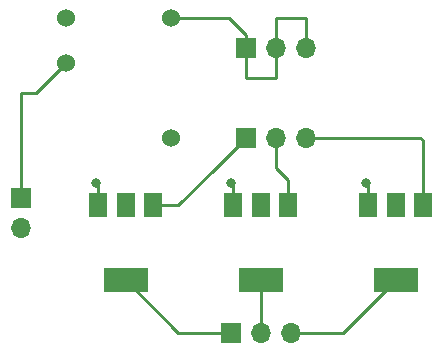
<source format=gbr>
G04 #@! TF.GenerationSoftware,KiCad,Pcbnew,(5.1.2)-2*
G04 #@! TF.CreationDate,2019-07-31T13:01:31-07:00*
G04 #@! TF.ProjectId,ER Valve Board,45522056-616c-4766-9520-426f6172642e,rev?*
G04 #@! TF.SameCoordinates,Original*
G04 #@! TF.FileFunction,Copper,L1,Top*
G04 #@! TF.FilePolarity,Positive*
%FSLAX46Y46*%
G04 Gerber Fmt 4.6, Leading zero omitted, Abs format (unit mm)*
G04 Created by KiCad (PCBNEW (5.1.2)-2) date 2019-07-31 13:01:31*
%MOMM*%
%LPD*%
G04 APERTURE LIST*
%ADD10C,1.524000*%
%ADD11O,1.700000X1.700000*%
%ADD12R,1.700000X1.700000*%
%ADD13R,3.800000X2.000000*%
%ADD14R,1.500000X2.000000*%
%ADD15C,0.800000*%
%ADD16C,0.250000*%
G04 APERTURE END LIST*
D10*
X115570000Y-87630000D03*
X115570000Y-91440000D03*
X124460000Y-87630000D03*
X124460000Y-97790000D03*
D11*
X134620000Y-114300000D03*
X132080000Y-114300000D03*
D12*
X129540000Y-114300000D03*
X130810000Y-97790000D03*
D11*
X133350000Y-97790000D03*
X135890000Y-97790000D03*
D12*
X130810000Y-90170000D03*
D11*
X133350000Y-90170000D03*
X135890000Y-90170000D03*
D12*
X111760000Y-102870000D03*
D11*
X111760000Y-105410000D03*
D13*
X120650000Y-109830000D03*
D14*
X120650000Y-103530000D03*
X118350000Y-103530000D03*
X122950000Y-103530000D03*
X134380000Y-103530000D03*
X129780000Y-103530000D03*
X132080000Y-103530000D03*
D13*
X132080000Y-109830000D03*
X143510000Y-109830000D03*
D14*
X143510000Y-103530000D03*
X141210000Y-103530000D03*
X145810000Y-103530000D03*
D15*
X129540000Y-101600000D03*
X118110000Y-101600000D03*
X140970000Y-101600000D03*
D16*
X125120000Y-114300000D02*
X120650000Y-109830000D01*
X129540000Y-114300000D02*
X125120000Y-114300000D01*
X132080000Y-109830000D02*
X132080000Y-114300000D01*
X139040000Y-114300000D02*
X143510000Y-109830000D01*
X134620000Y-114300000D02*
X139040000Y-114300000D01*
X145810000Y-103530000D02*
X145810000Y-98030000D01*
X145570000Y-97790000D02*
X135890000Y-97790000D01*
X145810000Y-98030000D02*
X145570000Y-97790000D01*
X134380000Y-103530000D02*
X134380000Y-101360000D01*
X133350000Y-100330000D02*
X133350000Y-97790000D01*
X134380000Y-101360000D02*
X133350000Y-100330000D01*
X122950000Y-103530000D02*
X125070000Y-103530000D01*
X125070000Y-103530000D02*
X128270000Y-100330000D01*
X128270000Y-100330000D02*
X130810000Y-97790000D01*
X130810000Y-89070000D02*
X130810000Y-90170000D01*
X129370000Y-87630000D02*
X130810000Y-89070000D01*
X124460000Y-87630000D02*
X129370000Y-87630000D01*
X130810000Y-90170000D02*
X130810000Y-92710000D01*
X130810000Y-92710000D02*
X133350000Y-92710000D01*
X133350000Y-92710000D02*
X133350000Y-90170000D01*
X133350000Y-90170000D02*
X133350000Y-87630000D01*
X133350000Y-87630000D02*
X135890000Y-87630000D01*
X135890000Y-87630000D02*
X135890000Y-90170000D01*
X111760000Y-102870000D02*
X111760000Y-93980000D01*
X113030000Y-93980000D02*
X115570000Y-91440000D01*
X111760000Y-93980000D02*
X113030000Y-93980000D01*
X141210000Y-103530000D02*
X141210000Y-103110000D01*
X141210000Y-101840000D02*
X140970000Y-101600000D01*
X141210000Y-103530000D02*
X141210000Y-101840000D01*
X129780000Y-101840000D02*
X129540000Y-101600000D01*
X129780000Y-103530000D02*
X129780000Y-101840000D01*
X118350000Y-101840000D02*
X118110000Y-101600000D01*
X118350000Y-103530000D02*
X118350000Y-101840000D01*
M02*

</source>
